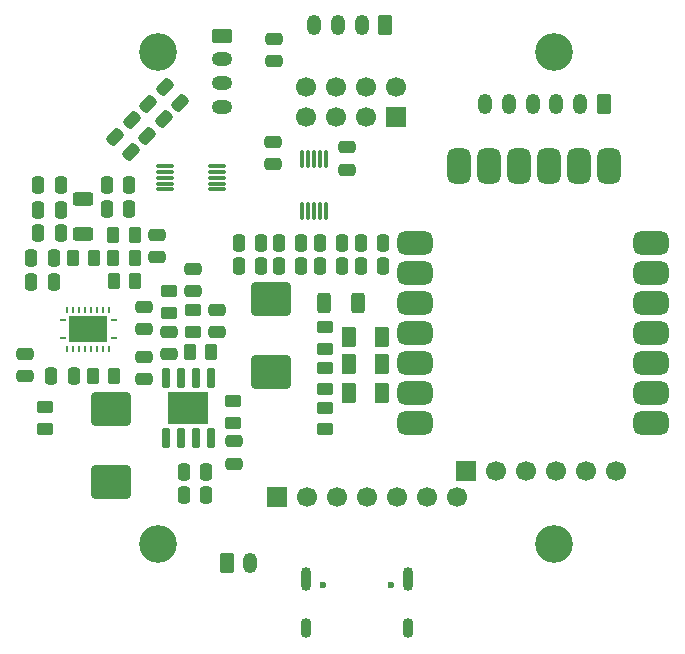
<source format=gbr>
%TF.GenerationSoftware,KiCad,Pcbnew,9.0.5*%
%TF.CreationDate,2026-01-03T13:47:43+01:00*%
%TF.ProjectId,CanSat,43616e53-6174-42e6-9b69-6361645f7063,rev?*%
%TF.SameCoordinates,Original*%
%TF.FileFunction,Soldermask,Bot*%
%TF.FilePolarity,Negative*%
%FSLAX46Y46*%
G04 Gerber Fmt 4.6, Leading zero omitted, Abs format (unit mm)*
G04 Created by KiCad (PCBNEW 9.0.5) date 2026-01-03 13:47:43*
%MOMM*%
%LPD*%
G01*
G04 APERTURE LIST*
G04 Aperture macros list*
%AMRoundRect*
0 Rectangle with rounded corners*
0 $1 Rounding radius*
0 $2 $3 $4 $5 $6 $7 $8 $9 X,Y pos of 4 corners*
0 Add a 4 corners polygon primitive as box body*
4,1,4,$2,$3,$4,$5,$6,$7,$8,$9,$2,$3,0*
0 Add four circle primitives for the rounded corners*
1,1,$1+$1,$2,$3*
1,1,$1+$1,$4,$5*
1,1,$1+$1,$6,$7*
1,1,$1+$1,$8,$9*
0 Add four rect primitives between the rounded corners*
20,1,$1+$1,$2,$3,$4,$5,0*
20,1,$1+$1,$4,$5,$6,$7,0*
20,1,$1+$1,$6,$7,$8,$9,0*
20,1,$1+$1,$8,$9,$2,$3,0*%
G04 Aperture macros list end*
%ADD10O,1.200000X1.750000*%
%ADD11RoundRect,0.250000X0.350000X0.625000X-0.350000X0.625000X-0.350000X-0.625000X0.350000X-0.625000X0*%
%ADD12RoundRect,0.250000X-0.350000X-0.625000X0.350000X-0.625000X0.350000X0.625000X-0.350000X0.625000X0*%
%ADD13C,3.200000*%
%ADD14RoundRect,0.250000X-0.475000X0.250000X-0.475000X-0.250000X0.475000X-0.250000X0.475000X0.250000X0*%
%ADD15R,1.700000X1.700000*%
%ADD16C,1.700000*%
%ADD17C,0.600000*%
%ADD18O,0.900000X2.000000*%
%ADD19O,0.900000X1.700000*%
%ADD20RoundRect,0.250000X-0.250000X-0.475000X0.250000X-0.475000X0.250000X0.475000X-0.250000X0.475000X0*%
%ADD21RoundRect,0.250000X-0.262500X-0.450000X0.262500X-0.450000X0.262500X0.450000X-0.262500X0.450000X0*%
%ADD22R,3.400000X2.710000*%
%ADD23RoundRect,0.150000X0.150000X-0.737500X0.150000X0.737500X-0.150000X0.737500X-0.150000X-0.737500X0*%
%ADD24RoundRect,0.600000X0.900000X0.400000X-0.900000X0.400000X-0.900000X-0.400000X0.900000X-0.400000X0*%
%ADD25RoundRect,0.600000X0.400000X-0.900000X0.400000X0.900000X-0.400000X0.900000X-0.400000X-0.900000X0*%
%ADD26RoundRect,0.600000X-0.400000X0.900000X-0.400000X-0.900000X0.400000X-0.900000X0.400000X0.900000X0*%
%ADD27R,0.600000X0.240000*%
%ADD28R,0.240000X0.600000*%
%ADD29R,3.190000X2.190000*%
%ADD30RoundRect,0.075000X0.650000X0.075000X-0.650000X0.075000X-0.650000X-0.075000X0.650000X-0.075000X0*%
%ADD31RoundRect,0.250000X0.450000X-0.262500X0.450000X0.262500X-0.450000X0.262500X-0.450000X-0.262500X0*%
%ADD32RoundRect,0.304349X-1.395651X1.095651X-1.395651X-1.095651X1.395651X-1.095651X1.395651X1.095651X0*%
%ADD33RoundRect,0.250000X0.475000X-0.250000X0.475000X0.250000X-0.475000X0.250000X-0.475000X-0.250000X0*%
%ADD34RoundRect,0.250000X-0.512652X-0.159099X-0.159099X-0.512652X0.512652X0.159099X0.159099X0.512652X0*%
%ADD35RoundRect,0.250000X-0.450000X0.262500X-0.450000X-0.262500X0.450000X-0.262500X0.450000X0.262500X0*%
%ADD36RoundRect,0.250000X0.375000X0.625000X-0.375000X0.625000X-0.375000X-0.625000X0.375000X-0.625000X0*%
%ADD37RoundRect,0.250000X0.250000X0.475000X-0.250000X0.475000X-0.250000X-0.475000X0.250000X-0.475000X0*%
%ADD38RoundRect,0.250000X-0.625000X0.312500X-0.625000X-0.312500X0.625000X-0.312500X0.625000X0.312500X0*%
%ADD39RoundRect,0.250000X0.312500X0.625000X-0.312500X0.625000X-0.312500X-0.625000X0.312500X-0.625000X0*%
%ADD40RoundRect,0.250000X-0.625000X0.350000X-0.625000X-0.350000X0.625000X-0.350000X0.625000X0.350000X0*%
%ADD41O,1.750000X1.200000*%
%ADD42RoundRect,0.250000X0.262500X0.450000X-0.262500X0.450000X-0.262500X-0.450000X0.262500X-0.450000X0*%
%ADD43RoundRect,0.304349X1.395651X-1.095651X1.395651X1.095651X-1.395651X1.095651X-1.395651X-1.095651X0*%
%ADD44RoundRect,0.075000X-0.075000X0.650000X-0.075000X-0.650000X0.075000X-0.650000X0.075000X0.650000X0*%
G04 APERTURE END LIST*
D10*
%TO.C,J6*%
X110896838Y-83731832D03*
X112896838Y-83731832D03*
X114896838Y-83731832D03*
X116896838Y-83731832D03*
X118896838Y-83731832D03*
D11*
X120896838Y-83731832D03*
%TD*%
D12*
%TO.C,J2*%
X89000000Y-122600000D03*
D10*
X91000000Y-122600000D03*
%TD*%
D13*
%TO.C,*%
X116725000Y-79350000D03*
%TD*%
D14*
%TO.C,C6*%
X92889694Y-86964973D03*
X92889694Y-88864973D03*
%TD*%
D13*
%TO.C,*%
X83200000Y-79350000D03*
%TD*%
D15*
%TO.C,J7*%
X109250000Y-114800000D03*
D16*
X111790000Y-114800000D03*
X114330000Y-114800000D03*
X116870000Y-114800000D03*
X119410000Y-114800000D03*
X121950000Y-114800000D03*
%TD*%
D13*
%TO.C,*%
X116725000Y-121000000D03*
%TD*%
D17*
%TO.C,J12*%
X97110000Y-124475000D03*
X102890000Y-124475000D03*
D18*
X95680000Y-123995000D03*
D19*
X95680000Y-128165000D03*
D18*
X104320000Y-123995000D03*
D19*
X104320000Y-128165000D03*
%TD*%
D13*
%TO.C,*%
X83200000Y-121000000D03*
%TD*%
D20*
%TO.C,C39*%
X93400000Y-97500000D03*
X95300000Y-97500000D03*
%TD*%
D21*
%TO.C,R2*%
X77636300Y-106759000D03*
X79461300Y-106759000D03*
%TD*%
D22*
%TO.C,U4*%
X85750000Y-109500000D03*
D23*
X87655000Y-112062500D03*
X86385000Y-112062500D03*
X85115000Y-112062500D03*
X83845000Y-112062500D03*
X83845000Y-106937500D03*
X85115000Y-106937500D03*
X86385000Y-106937500D03*
X87655000Y-106937500D03*
%TD*%
D14*
%TO.C,C37*%
X84068092Y-103036333D03*
X84068092Y-104936333D03*
%TD*%
D20*
%TO.C,C27*%
X100350000Y-97500000D03*
X102250000Y-97500000D03*
%TD*%
D24*
%TO.C,U9*%
X124942051Y-110794358D03*
X124942051Y-108254358D03*
X124942051Y-105714358D03*
X124942051Y-103174358D03*
X124942051Y-100634358D03*
X124942051Y-98094358D03*
X124942051Y-95554358D03*
D25*
X121342051Y-89054358D03*
X118802051Y-89054358D03*
X116262051Y-89054358D03*
X113722051Y-89054358D03*
X111182051Y-89054358D03*
D26*
X108642051Y-89054358D03*
D24*
X104942051Y-95554358D03*
X104942051Y-98094358D03*
X104942051Y-100634358D03*
X104942051Y-103174358D03*
X104942051Y-105714358D03*
X104942051Y-108254358D03*
X104942051Y-110794358D03*
%TD*%
D27*
%TO.C,IC1*%
X79403400Y-103572000D03*
D28*
X79003400Y-104472000D03*
X78503400Y-104472000D03*
X78003400Y-104472000D03*
X77503400Y-104472000D03*
X77003400Y-104472000D03*
X76503400Y-104472000D03*
X76003400Y-104472000D03*
X75503400Y-104472000D03*
D27*
X75103400Y-103572000D03*
X75103400Y-102072000D03*
D28*
X75503400Y-101172000D03*
X76003400Y-101172000D03*
X76503400Y-101172000D03*
X77003400Y-101172000D03*
X77503400Y-101172000D03*
X78003400Y-101172000D03*
X78503400Y-101172000D03*
X79003400Y-101172000D03*
D27*
X79403400Y-102072000D03*
D29*
X77253400Y-102822000D03*
%TD*%
D30*
%TO.C,U5*%
X88200000Y-89000000D03*
X88200000Y-89500000D03*
X88200000Y-90000000D03*
X88200000Y-90500000D03*
X88200000Y-91000000D03*
X83800000Y-91000000D03*
X83800000Y-90500000D03*
X83800000Y-90000000D03*
X83800000Y-89500000D03*
X83800000Y-89000000D03*
%TD*%
D20*
%TO.C,C11*%
X85350000Y-114900000D03*
X87250000Y-114900000D03*
%TD*%
%TO.C,C24*%
X78850000Y-90650000D03*
X80750000Y-90650000D03*
%TD*%
D31*
%TO.C,R11*%
X97300000Y-111312500D03*
X97300000Y-109487500D03*
%TD*%
D21*
%TO.C,R4*%
X79390900Y-94822000D03*
X81215900Y-94822000D03*
%TD*%
D32*
%TO.C,L2*%
X79209200Y-109551800D03*
X79209200Y-115751800D03*
%TD*%
D33*
%TO.C,C40*%
X82000000Y-107050000D03*
X82000000Y-105150000D03*
%TD*%
D34*
%TO.C,C33*%
X83728249Y-82328249D03*
X85071751Y-83671751D03*
%TD*%
D21*
%TO.C,R3*%
X75940900Y-96772000D03*
X77765900Y-96772000D03*
%TD*%
D34*
%TO.C,C26*%
X80928249Y-85128249D03*
X82271751Y-86471751D03*
%TD*%
D31*
%TO.C,R37*%
X84060000Y-101462500D03*
X84060000Y-99637500D03*
%TD*%
D35*
%TO.C,R36*%
X97300000Y-102687500D03*
X97300000Y-104512500D03*
%TD*%
D14*
%TO.C,C13*%
X82000000Y-100950000D03*
X82000000Y-102850000D03*
%TD*%
D36*
%TO.C,D6*%
X102100000Y-103500000D03*
X99300000Y-103500000D03*
%TD*%
D33*
%TO.C,C41*%
X86100000Y-99630000D03*
X86100000Y-97730000D03*
%TD*%
D37*
%TO.C,C35*%
X91900000Y-95500000D03*
X90000000Y-95500000D03*
%TD*%
D15*
%TO.C,J5*%
X93225000Y-117075000D03*
D16*
X95765000Y-117075000D03*
X98305000Y-117075000D03*
X100845000Y-117075000D03*
X103385000Y-117075000D03*
X105925000Y-117075000D03*
X108465000Y-117075000D03*
%TD*%
D38*
%TO.C,R1*%
X76850000Y-91837500D03*
X76850000Y-94762500D03*
%TD*%
D20*
%TO.C,C38*%
X93400000Y-95500000D03*
X95300000Y-95500000D03*
%TD*%
D33*
%TO.C,C3*%
X99200000Y-89350000D03*
X99200000Y-87450000D03*
%TD*%
D37*
%TO.C,C22*%
X74932467Y-92719661D03*
X73032467Y-92719661D03*
%TD*%
D39*
%TO.C,R28*%
X100118227Y-100656774D03*
X97193227Y-100656774D03*
%TD*%
D33*
%TO.C,C9*%
X88170000Y-103100000D03*
X88170000Y-101200000D03*
%TD*%
D40*
%TO.C,J1*%
X88550000Y-78000000D03*
D41*
X88550000Y-80000000D03*
X88550000Y-82000000D03*
X88550000Y-84000000D03*
%TD*%
D20*
%TO.C,C12*%
X85350000Y-116900000D03*
X87250000Y-116900000D03*
%TD*%
D34*
%TO.C,C25*%
X79528249Y-86528249D03*
X80871751Y-87871751D03*
%TD*%
%TO.C,C31*%
X82325296Y-83735671D03*
X83668798Y-85079173D03*
%TD*%
D37*
%TO.C,C29*%
X98750000Y-95500000D03*
X96850000Y-95500000D03*
%TD*%
D11*
%TO.C,J3*%
X102400000Y-77100000D03*
D10*
X100400000Y-77100000D03*
X98400000Y-77100000D03*
X96400000Y-77100000D03*
%TD*%
D20*
%TO.C,C17*%
X78850000Y-92700000D03*
X80750000Y-92700000D03*
%TD*%
D37*
%TO.C,C10*%
X76036344Y-106759361D03*
X74136344Y-106759361D03*
%TD*%
D42*
%TO.C,R6*%
X81228400Y-98722000D03*
X79403400Y-98722000D03*
%TD*%
D37*
%TO.C,C36*%
X91900000Y-97500000D03*
X90000000Y-97500000D03*
%TD*%
D35*
%TO.C,R7*%
X73600000Y-109437500D03*
X73600000Y-111262500D03*
%TD*%
D43*
%TO.C,L1*%
X92700000Y-106480000D03*
X92700000Y-100280000D03*
%TD*%
D14*
%TO.C,C15*%
X71900000Y-104925000D03*
X71900000Y-106825000D03*
%TD*%
D37*
%TO.C,C23*%
X74350000Y-98800000D03*
X72450000Y-98800000D03*
%TD*%
D35*
%TO.C,R35*%
X89550000Y-108915000D03*
X89550000Y-110740000D03*
%TD*%
D33*
%TO.C,C14*%
X83060000Y-96740000D03*
X83060000Y-94840000D03*
%TD*%
D35*
%TO.C,R12*%
X97300000Y-106087500D03*
X97300000Y-107912500D03*
%TD*%
D20*
%TO.C,C28*%
X100350000Y-95500000D03*
X102250000Y-95500000D03*
%TD*%
D36*
%TO.C,D2*%
X102100000Y-108200000D03*
X99300000Y-108200000D03*
%TD*%
D37*
%TO.C,C21*%
X74950000Y-90650000D03*
X73050000Y-90650000D03*
%TD*%
%TO.C,C18*%
X74350000Y-96800000D03*
X72450000Y-96800000D03*
%TD*%
D36*
%TO.C,D3*%
X102100000Y-105800000D03*
X99300000Y-105800000D03*
%TD*%
D37*
%TO.C,C30*%
X98750000Y-97500000D03*
X96850000Y-97500000D03*
%TD*%
D31*
%TO.C,R39*%
X86130000Y-103052500D03*
X86130000Y-101227500D03*
%TD*%
D44*
%TO.C,U14*%
X95400000Y-88400000D03*
X95900000Y-88400000D03*
X96400000Y-88400000D03*
X96900000Y-88400000D03*
X97400000Y-88400000D03*
X97400000Y-92800000D03*
X96900000Y-92800000D03*
X96400000Y-92800000D03*
X95900000Y-92800000D03*
X95400000Y-92800000D03*
%TD*%
D15*
%TO.C,J4*%
X103355000Y-84900000D03*
D16*
X103355000Y-82360000D03*
X100815000Y-84900000D03*
X100815000Y-82360000D03*
X98275000Y-84900000D03*
X98275000Y-82360000D03*
X95735000Y-84900000D03*
X95735000Y-82360000D03*
%TD*%
D14*
%TO.C,C32*%
X89570000Y-112315000D03*
X89570000Y-114215000D03*
%TD*%
%TO.C,C2*%
X93000000Y-78250000D03*
X93000000Y-80150000D03*
%TD*%
D21*
%TO.C,R5*%
X79390900Y-96772000D03*
X81215900Y-96772000D03*
%TD*%
%TO.C,R38*%
X85867500Y-104800000D03*
X87692500Y-104800000D03*
%TD*%
D37*
%TO.C,C20*%
X74929404Y-94712297D03*
X73029404Y-94712297D03*
%TD*%
M02*

</source>
